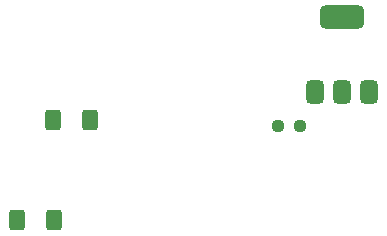
<source format=gbr>
%TF.GenerationSoftware,KiCad,Pcbnew,9.0.7*%
%TF.CreationDate,2026-01-20T13:18:07+01:00*%
%TF.ProjectId,OpenBrewer,4f70656e-4272-4657-9765-722e6b696361,rev?*%
%TF.SameCoordinates,Original*%
%TF.FileFunction,Paste,Bot*%
%TF.FilePolarity,Positive*%
%FSLAX46Y46*%
G04 Gerber Fmt 4.6, Leading zero omitted, Abs format (unit mm)*
G04 Created by KiCad (PCBNEW 9.0.7) date 2026-01-20 13:18:07*
%MOMM*%
%LPD*%
G01*
G04 APERTURE LIST*
G04 Aperture macros list*
%AMRoundRect*
0 Rectangle with rounded corners*
0 $1 Rounding radius*
0 $2 $3 $4 $5 $6 $7 $8 $9 X,Y pos of 4 corners*
0 Add a 4 corners polygon primitive as box body*
4,1,4,$2,$3,$4,$5,$6,$7,$8,$9,$2,$3,0*
0 Add four circle primitives for the rounded corners*
1,1,$1+$1,$2,$3*
1,1,$1+$1,$4,$5*
1,1,$1+$1,$6,$7*
1,1,$1+$1,$8,$9*
0 Add four rect primitives between the rounded corners*
20,1,$1+$1,$2,$3,$4,$5,0*
20,1,$1+$1,$4,$5,$6,$7,0*
20,1,$1+$1,$6,$7,$8,$9,0*
20,1,$1+$1,$8,$9,$2,$3,0*%
G04 Aperture macros list end*
%ADD10RoundRect,0.237500X-0.250000X-0.237500X0.250000X-0.237500X0.250000X0.237500X-0.250000X0.237500X0*%
%ADD11RoundRect,0.250000X-0.400000X-0.625000X0.400000X-0.625000X0.400000X0.625000X-0.400000X0.625000X0*%
%ADD12RoundRect,0.375000X0.375000X-0.625000X0.375000X0.625000X-0.375000X0.625000X-0.375000X-0.625000X0*%
%ADD13RoundRect,0.500000X1.400000X-0.500000X1.400000X0.500000X-1.400000X0.500000X-1.400000X-0.500000X0*%
G04 APERTURE END LIST*
D10*
%TO.C,R2*%
X181587500Y-66500000D03*
X183412500Y-66500000D03*
%TD*%
D11*
%TO.C,R3*%
X162500000Y-66000000D03*
X165600000Y-66000000D03*
%TD*%
D12*
%TO.C,Q2*%
X189300000Y-63650000D03*
X187000000Y-63650000D03*
X184700000Y-63650000D03*
D13*
X187000000Y-57350000D03*
%TD*%
D11*
%TO.C,R1*%
X159450000Y-74500000D03*
X162550000Y-74500000D03*
%TD*%
M02*

</source>
